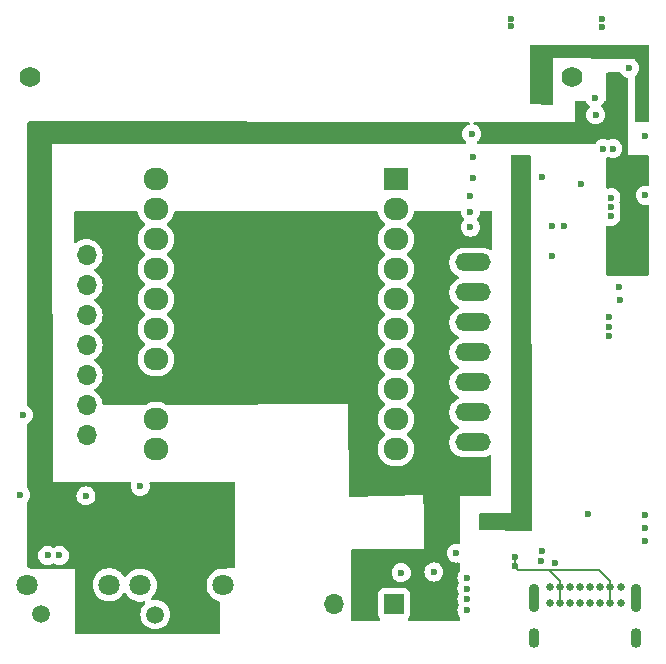
<source format=gbr>
%TF.GenerationSoftware,KiCad,Pcbnew,8.0.0*%
%TF.CreationDate,2025-02-07T12:18:44-03:30*%
%TF.ProjectId,Detection_Eval,44657465-6374-4696-9f6e-5f4576616c2e,rev?*%
%TF.SameCoordinates,Original*%
%TF.FileFunction,Copper,L3,Inr*%
%TF.FilePolarity,Positive*%
%FSLAX46Y46*%
G04 Gerber Fmt 4.6, Leading zero omitted, Abs format (unit mm)*
G04 Created by KiCad (PCBNEW 8.0.0) date 2025-02-07 12:18:44*
%MOMM*%
%LPD*%
G01*
G04 APERTURE LIST*
%TA.AperFunction,ComponentPad*%
%ADD10O,1.700000X1.700000*%
%TD*%
%TA.AperFunction,ComponentPad*%
%ADD11R,1.700000X1.700000*%
%TD*%
%TA.AperFunction,ComponentPad*%
%ADD12C,0.650000*%
%TD*%
%TA.AperFunction,ComponentPad*%
%ADD13O,0.900000X1.700000*%
%TD*%
%TA.AperFunction,ComponentPad*%
%ADD14O,0.900000X2.400000*%
%TD*%
%TA.AperFunction,ComponentPad*%
%ADD15C,1.498600*%
%TD*%
%TA.AperFunction,ComponentPad*%
%ADD16C,1.803400*%
%TD*%
%TA.AperFunction,ComponentPad*%
%ADD17C,1.760000*%
%TD*%
%TA.AperFunction,ComponentPad*%
%ADD18R,2.100000X1.900000*%
%TD*%
%TA.AperFunction,ComponentPad*%
%ADD19O,2.100000X1.900000*%
%TD*%
%TA.AperFunction,ComponentPad*%
%ADD20O,3.000000X1.500000*%
%TD*%
%TA.AperFunction,ViaPad*%
%ADD21C,0.600000*%
%TD*%
%TA.AperFunction,Conductor*%
%ADD22C,0.200000*%
%TD*%
G04 APERTURE END LIST*
D10*
%TO.N,BACKLIGHT*%
%TO.C,U5*%
X96300000Y-124010000D03*
%TO.N,RESET*%
X96300000Y-121470000D03*
%TO.N,DATA{slash}CMD_SEL*%
X96300000Y-118930000D03*
%TO.N,HSPI_CS*%
X96300000Y-116390000D03*
%TO.N,HSPI_CLK*%
X96300000Y-113850000D03*
%TO.N,HSPI_MOSI*%
X96300000Y-111310000D03*
%TO.N,GND*%
X96300000Y-108770000D03*
D11*
%TO.N,+3V3*%
X96300000Y-106230000D03*
%TD*%
D12*
%TO.N,GND*%
%TO.C,J1*%
X135560000Y-136840000D03*
%TO.N,VBUS*%
X136410000Y-136840000D03*
%TO.N,/Battery/CC1*%
X137260000Y-136840000D03*
%TO.N,/Battery/DP*%
X138110000Y-136840000D03*
%TO.N,/Battery/DN*%
X138960000Y-136840000D03*
%TO.N,unconnected-(J1-SBU1-PadA8)*%
X139810000Y-136840000D03*
%TO.N,VBUS*%
X140660000Y-136840000D03*
%TO.N,GND*%
X141510000Y-136840000D03*
X141510000Y-138190000D03*
%TO.N,VBUS*%
X140660000Y-138190000D03*
%TO.N,/Battery/CC2*%
X139810000Y-138190000D03*
%TO.N,/Battery/DP*%
X138960000Y-138190000D03*
%TO.N,/Battery/DN*%
X138110000Y-138190000D03*
%TO.N,unconnected-(J1-SBU2-PadB8)*%
X137260000Y-138190000D03*
%TO.N,VBUS*%
X136410000Y-138190000D03*
%TO.N,GND*%
X135560000Y-138190000D03*
D13*
X134210000Y-141200000D03*
X142860000Y-141200000D03*
D14*
X134210000Y-137820000D03*
X142860000Y-137820000D03*
%TD*%
D15*
%TO.N,Net-(C1-Pad2)*%
%TO.C,U9*%
X102109999Y-139200000D03*
%TO.N,+5V*%
X106610000Y-139200000D03*
D16*
%TO.N,GND*%
X100854999Y-136709701D03*
X107865000Y-136709701D03*
%TD*%
D17*
%TO.N,GND*%
%TO.C,BT2*%
X91500000Y-93700000D03*
%TO.N,Net-(BT2-PadP)*%
X137370000Y-93700000D03*
%TD*%
D15*
%TO.N,Net-(C2-Pad2)*%
%TO.C,U2*%
X92471749Y-139166699D03*
%TO.N,+5V*%
X96971750Y-139166699D03*
D16*
%TO.N,GND*%
X91216749Y-136676400D03*
X98226750Y-136676400D03*
%TD*%
D11*
%TO.N,Net-(U4-SIGNAL)*%
%TO.C,U4*%
X122335000Y-138325000D03*
D10*
%TO.N,+3V3*%
X119795000Y-138325000D03*
%TO.N,GND*%
X117255000Y-138325000D03*
%TD*%
D18*
%TO.N,unconnected-(U6-RESET_5V-Pad1)*%
%TO.C,U6*%
X122500000Y-102340000D03*
D19*
%TO.N,ECG*%
X122500000Y-104880000D03*
%TO.N,unconnected-(U6-CH_PD-Pad3)*%
X122500000Y-107420000D03*
%TO.N,RESET*%
X122500000Y-109960000D03*
%TO.N,HSPI_CLK*%
X122500000Y-112500000D03*
%TO.N,Net-(U6-GPIO12)*%
X122500000Y-115040000D03*
%TO.N,HSPI_MOSI*%
X122500000Y-117580000D03*
%TO.N,Net-(U6-VIN)*%
X122500000Y-120120000D03*
%TO.N,Net-(U6-VBAT)*%
X122500000Y-122660000D03*
%TO.N,GND*%
X122500000Y-125200000D03*
X102180000Y-125200000D03*
%TO.N,unconnected-(U6-LDO_EN-Pad12)*%
X102180000Y-122660000D03*
%TO.N,+3V3*%
X102180000Y-120120000D03*
%TO.N,HSPI_CS*%
X102180000Y-117580000D03*
%TO.N,DATA{slash}CMD_SEL*%
X102180000Y-115040000D03*
%TO.N,BACKLIGHT*%
X102180000Y-112500000D03*
%TO.N,SDA_ACCEL*%
X102180000Y-109960000D03*
%TO.N,SCL_ACCEL*%
X102180000Y-107420000D03*
%TO.N,unconnected-(U6-RXD-Pad19)*%
X102180000Y-104880000D03*
%TO.N,unconnected-(U6-TXD-Pad20)*%
X102180000Y-102340000D03*
%TD*%
D20*
%TO.N,unconnected-(U3-INT-Pad8)*%
%TO.C,U3*%
X129018400Y-109387400D03*
%TO.N,Net-(U3-ADO)*%
X129018400Y-111927400D03*
%TO.N,unconnected-(U3-XCL-Pad6)*%
X129018400Y-114467400D03*
%TO.N,unconnected-(U3-XDA-Pad5)*%
X129018400Y-117007400D03*
%TO.N,SDA_ACCEL*%
X129018400Y-119547400D03*
%TO.N,SCL_ACCEL*%
X129018400Y-122087400D03*
%TO.N,GND*%
X129018400Y-124627400D03*
%TO.N,+3V3*%
X129018400Y-127167400D03*
%TD*%
D21*
%TO.N,Net-(BT2-PadP)*%
X140850000Y-99750000D03*
X140050000Y-99750000D03*
%TO.N,+5V*%
X143400000Y-107600000D03*
%TO.N,Net-(U7-SW)*%
X132250000Y-89400000D03*
%TO.N,VDD*%
X133050000Y-101800000D03*
%TO.N,GND*%
X122950000Y-135650000D03*
%TO.N,VDD*%
X130700000Y-131650000D03*
X131600000Y-131650000D03*
%TO.N,VBUS*%
X132550000Y-134350000D03*
X132550000Y-135100000D03*
%TO.N,GND*%
X136000000Y-134800000D03*
X134800000Y-134700000D03*
X134850000Y-133800000D03*
%TO.N,VCC*%
X143550000Y-94000000D03*
%TO.N,Net-(U7-FB)*%
X143610000Y-103700000D03*
X142250000Y-92950000D03*
%TO.N,Net-(D1-K)*%
X135750000Y-108850000D03*
%TO.N,Net-(U6-VIN)*%
X141400000Y-111450000D03*
%TO.N,Net-(U6-VBAT)*%
X141470000Y-112600000D03*
%TO.N,Net-(U6-GPIO12)*%
X100850000Y-128350000D03*
%TO.N,ECG*%
X125700000Y-135600000D03*
%TO.N,FAILSAFE*%
X96250000Y-129150000D03*
X90950000Y-122300000D03*
%TO.N,Net-(U8-OUT)*%
X138150000Y-102747802D03*
X134836589Y-102172073D03*
%TO.N,VDD*%
X133050000Y-100750000D03*
%TO.N,+5V*%
X96350000Y-132100000D03*
%TO.N,/Battery/CC2*%
X138750000Y-130700000D03*
%TO.N,VCC*%
X135300000Y-95600000D03*
X134300000Y-95600000D03*
X143100000Y-97050000D03*
%TO.N,Net-(U7-SW)*%
X139350000Y-95450000D03*
X132250000Y-88800000D03*
%TO.N,+5V*%
X143400000Y-108850000D03*
X143400000Y-110050000D03*
X140600000Y-93700000D03*
X141250000Y-93700000D03*
%TO.N,Net-(D1-A)*%
X127600000Y-134000000D03*
%TO.N,GND*%
X140550000Y-115650000D03*
X140550000Y-114850000D03*
X140550000Y-114050000D03*
X90700000Y-129100000D03*
X94000000Y-134200000D03*
X93000000Y-134200000D03*
X143600000Y-133000000D03*
X143600000Y-131900000D03*
X143600000Y-130800000D03*
X128500000Y-138800000D03*
X128500000Y-137900000D03*
X128500000Y-137000000D03*
X128500000Y-136100000D03*
X139900000Y-89450000D03*
X139950000Y-88800000D03*
X140700000Y-104700000D03*
X140700000Y-105500000D03*
X140700000Y-103900000D03*
X136700000Y-106300000D03*
X135700000Y-106300000D03*
X143610000Y-98700000D03*
X139400000Y-96900000D03*
X128800000Y-106400000D03*
X128800000Y-105100000D03*
X128800000Y-103800000D03*
X129000000Y-102200000D03*
X129000000Y-100500000D03*
X128900000Y-98500000D03*
%TO.N,VCC*%
X141000000Y-91700000D03*
X142700000Y-91700000D03*
%TD*%
D22*
%TO.N,VBUS*%
X140660000Y-136840000D02*
X140660000Y-138190000D01*
X136410000Y-138190000D02*
X136410000Y-136840000D01*
X140660000Y-136380381D02*
X140660000Y-136840000D01*
X139679619Y-135400000D02*
X140660000Y-136380381D01*
X135429619Y-135400000D02*
X139679619Y-135400000D01*
X136410000Y-136380381D02*
X136410000Y-136840000D01*
X135429619Y-135400000D02*
X136410000Y-136380381D01*
X132850000Y-135400000D02*
X135429619Y-135400000D01*
X132550000Y-135100000D02*
X132850000Y-135400000D01*
X132550000Y-134350000D02*
X132550000Y-135100000D01*
%TD*%
%TA.AperFunction,Conductor*%
%TO.N,+5V*%
G36*
X141523018Y-93319685D02*
G01*
X141560972Y-93358027D01*
X141620184Y-93452262D01*
X141747738Y-93579816D01*
X141900478Y-93675789D01*
X142066955Y-93734041D01*
X142123730Y-93774763D01*
X142149478Y-93839715D01*
X142150000Y-93851083D01*
X142150000Y-100300000D01*
X143785500Y-100300000D01*
X143852539Y-100319685D01*
X143898294Y-100372489D01*
X143909500Y-100424000D01*
X143909500Y-102789424D01*
X143889815Y-102856463D01*
X143837011Y-102902218D01*
X143771617Y-102912644D01*
X143610004Y-102894435D01*
X143609996Y-102894435D01*
X143430750Y-102914630D01*
X143430745Y-102914631D01*
X143260476Y-102974211D01*
X143107737Y-103070184D01*
X142980184Y-103197737D01*
X142884211Y-103350476D01*
X142824631Y-103520745D01*
X142824630Y-103520750D01*
X142804435Y-103699996D01*
X142804435Y-103700003D01*
X142824630Y-103879249D01*
X142824631Y-103879254D01*
X142884211Y-104049523D01*
X142980184Y-104202262D01*
X143107738Y-104329816D01*
X143260478Y-104425789D01*
X143310499Y-104443292D01*
X143430745Y-104485368D01*
X143430750Y-104485369D01*
X143609996Y-104505565D01*
X143610000Y-104505565D01*
X143610004Y-104505565D01*
X143771617Y-104487356D01*
X143840439Y-104499411D01*
X143891818Y-104546760D01*
X143909500Y-104610576D01*
X143909500Y-110376000D01*
X143889815Y-110443039D01*
X143837011Y-110488794D01*
X143785500Y-110500000D01*
X140424000Y-110500000D01*
X140356961Y-110480315D01*
X140311206Y-110427511D01*
X140300000Y-110376000D01*
X140300000Y-106382887D01*
X140319685Y-106315848D01*
X140372489Y-106270093D01*
X140441647Y-106260149D01*
X140464948Y-106265843D01*
X140520745Y-106285368D01*
X140520748Y-106285368D01*
X140520750Y-106285369D01*
X140699996Y-106305565D01*
X140700000Y-106305565D01*
X140700004Y-106305565D01*
X140879249Y-106285369D01*
X140879252Y-106285368D01*
X140879255Y-106285368D01*
X141049522Y-106225789D01*
X141202262Y-106129816D01*
X141329816Y-106002262D01*
X141425789Y-105849522D01*
X141485368Y-105679255D01*
X141505565Y-105500000D01*
X141485368Y-105320745D01*
X141485367Y-105320743D01*
X141485366Y-105320737D01*
X141423489Y-105143905D01*
X141425637Y-105143153D01*
X141416035Y-105084872D01*
X141424392Y-105056411D01*
X141423489Y-105056095D01*
X141485366Y-104879262D01*
X141485369Y-104879249D01*
X141505565Y-104700003D01*
X141505565Y-104699996D01*
X141485369Y-104520750D01*
X141485366Y-104520737D01*
X141423489Y-104343905D01*
X141425637Y-104343153D01*
X141416035Y-104284872D01*
X141424392Y-104256411D01*
X141423489Y-104256095D01*
X141485366Y-104079262D01*
X141485369Y-104079249D01*
X141505565Y-103900003D01*
X141505565Y-103899996D01*
X141485369Y-103720750D01*
X141485368Y-103720745D01*
X141425788Y-103550476D01*
X141329815Y-103397737D01*
X141202262Y-103270184D01*
X141049523Y-103174211D01*
X140879254Y-103114631D01*
X140879249Y-103114630D01*
X140700004Y-103094435D01*
X140699996Y-103094435D01*
X140520750Y-103114630D01*
X140520739Y-103114633D01*
X140464953Y-103134153D01*
X140395174Y-103137714D01*
X140334548Y-103102984D01*
X140302321Y-103040991D01*
X140300000Y-103017111D01*
X140300000Y-100598596D01*
X140319685Y-100531557D01*
X140372489Y-100485802D01*
X140383048Y-100481554D01*
X140406098Y-100473489D01*
X140406851Y-100475643D01*
X140465094Y-100466031D01*
X140493588Y-100474393D01*
X140493905Y-100473489D01*
X140670737Y-100535366D01*
X140670743Y-100535367D01*
X140670745Y-100535368D01*
X140670746Y-100535368D01*
X140670750Y-100535369D01*
X140849996Y-100555565D01*
X140850000Y-100555565D01*
X140850004Y-100555565D01*
X141029249Y-100535369D01*
X141029252Y-100535368D01*
X141029255Y-100535368D01*
X141199522Y-100475789D01*
X141352262Y-100379816D01*
X141479816Y-100252262D01*
X141575789Y-100099522D01*
X141635368Y-99929255D01*
X141655565Y-99750000D01*
X141635368Y-99570745D01*
X141575789Y-99400478D01*
X141479816Y-99247738D01*
X141352262Y-99120184D01*
X141199523Y-99024211D01*
X141029254Y-98964631D01*
X141029249Y-98964630D01*
X140850004Y-98944435D01*
X140849996Y-98944435D01*
X140670750Y-98964630D01*
X140670737Y-98964633D01*
X140550000Y-99006881D01*
X140550000Y-95700000D01*
X140300000Y-95700000D01*
X140300000Y-93424000D01*
X140319685Y-93356961D01*
X140372489Y-93311206D01*
X140424000Y-93300000D01*
X141455979Y-93300000D01*
X141523018Y-93319685D01*
G37*
%TD.AperFunction*%
%TD*%
%TA.AperFunction,Conductor*%
%TO.N,VDD*%
G36*
X133843429Y-100319685D02*
G01*
X133889184Y-100372489D01*
X133900389Y-100423610D01*
X133999604Y-131974220D01*
X133980131Y-132041321D01*
X133927471Y-132087242D01*
X133874227Y-132098602D01*
X129622622Y-132051362D01*
X129555806Y-132030934D01*
X129510640Y-131977625D01*
X129500000Y-131927370D01*
X129500000Y-130724000D01*
X129519685Y-130656961D01*
X129572489Y-130611206D01*
X129624000Y-130600000D01*
X132250000Y-130600000D01*
X132200205Y-100424205D01*
X132219779Y-100357133D01*
X132272507Y-100311291D01*
X132324205Y-100300000D01*
X133776390Y-100300000D01*
X133843429Y-100319685D01*
G37*
%TD.AperFunction*%
%TD*%
%TA.AperFunction,Conductor*%
%TO.N,+5V*%
G36*
X107513510Y-135334140D02*
G01*
X107465523Y-135364312D01*
X107299819Y-135421199D01*
X107299811Y-135421202D01*
X107095438Y-135531804D01*
X107095432Y-135531808D01*
X106912067Y-135674527D01*
X106912064Y-135674530D01*
X106754676Y-135845498D01*
X106754673Y-135845502D01*
X106627575Y-136040038D01*
X106534229Y-136252846D01*
X106477183Y-136478118D01*
X106457994Y-136709695D01*
X106457994Y-136709706D01*
X106477183Y-136941283D01*
X106534229Y-137166555D01*
X106627575Y-137379363D01*
X106643805Y-137404204D01*
X106754675Y-137573902D01*
X106912061Y-137744869D01*
X106912064Y-137744871D01*
X106912067Y-137744874D01*
X107095432Y-137887593D01*
X107095438Y-137887597D01*
X107095441Y-137887599D01*
X107299812Y-137998200D01*
X107299816Y-137998201D01*
X107299822Y-137998204D01*
X107489013Y-138063153D01*
X107546029Y-138103538D01*
X107572160Y-138168338D01*
X107572745Y-138179169D01*
X107589564Y-139827286D01*
X107595770Y-140435512D01*
X107598722Y-140724735D01*
X107579722Y-140791972D01*
X107527388Y-140838263D01*
X107474728Y-140850000D01*
X95473165Y-140850000D01*
X95406126Y-140830315D01*
X95360371Y-140777511D01*
X95349168Y-140726838D01*
X95334613Y-138572713D01*
X95312760Y-135338600D01*
X97825966Y-135331460D01*
X97661569Y-135387898D01*
X97661561Y-135387901D01*
X97457188Y-135498503D01*
X97457182Y-135498507D01*
X97273817Y-135641226D01*
X97273814Y-135641229D01*
X97116426Y-135812197D01*
X97116423Y-135812201D01*
X96989325Y-136006737D01*
X96895979Y-136219545D01*
X96838933Y-136444817D01*
X96819744Y-136676394D01*
X96819744Y-136676405D01*
X96838933Y-136907982D01*
X96895979Y-137133254D01*
X96989325Y-137346062D01*
X97116423Y-137540598D01*
X97116425Y-137540601D01*
X97273811Y-137711568D01*
X97273814Y-137711570D01*
X97273817Y-137711573D01*
X97457182Y-137854292D01*
X97457188Y-137854296D01*
X97457191Y-137854298D01*
X97661562Y-137964899D01*
X97881350Y-138040352D01*
X98110560Y-138078600D01*
X98342940Y-138078600D01*
X98572150Y-138040352D01*
X98791938Y-137964899D01*
X98996309Y-137854298D01*
X99179689Y-137711568D01*
X99337075Y-137540601D01*
X99426188Y-137404203D01*
X99479334Y-137358848D01*
X99548565Y-137349424D01*
X99611901Y-137378926D01*
X99633804Y-137404204D01*
X99744674Y-137573902D01*
X99902060Y-137744869D01*
X99902063Y-137744871D01*
X99902066Y-137744874D01*
X100085431Y-137887593D01*
X100085437Y-137887597D01*
X100085440Y-137887599D01*
X100289811Y-137998200D01*
X100509599Y-138073653D01*
X100738809Y-138111901D01*
X100971188Y-138111901D01*
X100971189Y-138111901D01*
X101140842Y-138083591D01*
X101210208Y-138091973D01*
X101264030Y-138136526D01*
X101285220Y-138203105D01*
X101267052Y-138270571D01*
X101248934Y-138293581D01*
X101148941Y-138393574D01*
X101023505Y-138572713D01*
X100931086Y-138770908D01*
X100931082Y-138770917D01*
X100874486Y-138982140D01*
X100874484Y-138982150D01*
X100855425Y-139199999D01*
X100855425Y-139200000D01*
X100874484Y-139417849D01*
X100874486Y-139417859D01*
X100931082Y-139629082D01*
X100931084Y-139629086D01*
X100931085Y-139629090D01*
X100977295Y-139728188D01*
X101023505Y-139827286D01*
X101023506Y-139827287D01*
X101148940Y-140006425D01*
X101303574Y-140161059D01*
X101482712Y-140286493D01*
X101680909Y-140378914D01*
X101892145Y-140435514D01*
X102066428Y-140450762D01*
X102109998Y-140454574D01*
X102109999Y-140454574D01*
X102110000Y-140454574D01*
X102146308Y-140451397D01*
X102327853Y-140435514D01*
X102539089Y-140378914D01*
X102737286Y-140286493D01*
X102916424Y-140161059D01*
X103071058Y-140006425D01*
X103196492Y-139827287D01*
X103288913Y-139629090D01*
X103345513Y-139417854D01*
X103364573Y-139200000D01*
X103345513Y-138982146D01*
X103288913Y-138770910D01*
X103196492Y-138572713D01*
X103071058Y-138393575D01*
X102916424Y-138238941D01*
X102773113Y-138138593D01*
X102737285Y-138113506D01*
X102629302Y-138063153D01*
X102539089Y-138021086D01*
X102539085Y-138021085D01*
X102539081Y-138021083D01*
X102327858Y-137964487D01*
X102327848Y-137964485D01*
X102110000Y-137945426D01*
X102109997Y-137945426D01*
X101897811Y-137963990D01*
X101829311Y-137950223D01*
X101779128Y-137901608D01*
X101763195Y-137833579D01*
X101786570Y-137767736D01*
X101804719Y-137748951D01*
X101804162Y-137748345D01*
X101807926Y-137744878D01*
X101807938Y-137744869D01*
X101965324Y-137573902D01*
X102092424Y-137379362D01*
X102185770Y-137166555D01*
X102242815Y-136941287D01*
X102262005Y-136709701D01*
X102242815Y-136478115D01*
X102185770Y-136252847D01*
X102092424Y-136040040D01*
X102054436Y-135981896D01*
X101965325Y-135845502D01*
X101965324Y-135845500D01*
X101807938Y-135674533D01*
X101807933Y-135674529D01*
X101807931Y-135674527D01*
X101624566Y-135531808D01*
X101624560Y-135531804D01*
X101420187Y-135421202D01*
X101420179Y-135421199D01*
X101200401Y-135345749D01*
X101059717Y-135322273D01*
X107543404Y-135303853D01*
X107513510Y-135334140D01*
G37*
%TD.AperFunction*%
%TA.AperFunction,Conductor*%
G36*
X100509596Y-135345749D02*
G01*
X100289818Y-135421199D01*
X100289810Y-135421202D01*
X100085437Y-135531804D01*
X100085431Y-135531808D01*
X99902066Y-135674527D01*
X99902063Y-135674530D01*
X99902060Y-135674532D01*
X99902060Y-135674533D01*
X99744674Y-135845500D01*
X99744673Y-135845502D01*
X99655560Y-135981897D01*
X99602413Y-136027253D01*
X99533182Y-136036676D01*
X99469846Y-136007173D01*
X99447944Y-135981896D01*
X99358833Y-135845502D01*
X99337075Y-135812199D01*
X99179689Y-135641232D01*
X99179684Y-135641228D01*
X99179682Y-135641226D01*
X98996317Y-135498507D01*
X98996311Y-135498503D01*
X98791938Y-135387901D01*
X98791930Y-135387898D01*
X98620954Y-135329201D01*
X100643188Y-135323456D01*
X100509596Y-135345749D01*
G37*
%TD.AperFunction*%
%TD*%
%TA.AperFunction,Conductor*%
%TO.N,+3V3*%
G36*
X130592377Y-105019766D02*
G01*
X130638207Y-105072505D01*
X130649484Y-105124688D01*
X130636653Y-108229668D01*
X130616692Y-108296626D01*
X130563699Y-108342162D01*
X130494500Y-108351820D01*
X130439768Y-108329474D01*
X130423805Y-108317876D01*
X130248429Y-108228517D01*
X130061226Y-108167690D01*
X129866822Y-108136900D01*
X129866817Y-108136900D01*
X128169983Y-108136900D01*
X128169978Y-108136900D01*
X127975573Y-108167690D01*
X127788370Y-108228517D01*
X127612994Y-108317876D01*
X127579568Y-108342162D01*
X127453754Y-108433572D01*
X127453752Y-108433574D01*
X127453751Y-108433574D01*
X127314574Y-108572751D01*
X127314574Y-108572752D01*
X127314572Y-108572754D01*
X127264885Y-108641141D01*
X127198876Y-108731994D01*
X127109517Y-108907370D01*
X127048690Y-109094573D01*
X127017900Y-109288977D01*
X127017900Y-109485822D01*
X127048690Y-109680226D01*
X127109517Y-109867429D01*
X127197447Y-110040000D01*
X127198876Y-110042805D01*
X127314572Y-110202046D01*
X127453754Y-110341228D01*
X127612995Y-110456924D01*
X127730507Y-110516799D01*
X127789613Y-110546915D01*
X127840409Y-110594889D01*
X127857204Y-110662710D01*
X127834667Y-110728845D01*
X127789613Y-110767885D01*
X127612994Y-110857876D01*
X127548221Y-110904937D01*
X127453754Y-110973572D01*
X127453752Y-110973574D01*
X127453751Y-110973574D01*
X127314574Y-111112751D01*
X127314574Y-111112752D01*
X127314572Y-111112754D01*
X127264885Y-111181141D01*
X127198876Y-111271994D01*
X127109517Y-111447370D01*
X127048690Y-111634573D01*
X127017900Y-111828977D01*
X127017900Y-112025822D01*
X127048690Y-112220226D01*
X127109517Y-112407429D01*
X127197447Y-112580000D01*
X127198876Y-112582805D01*
X127314572Y-112742046D01*
X127453754Y-112881228D01*
X127612995Y-112996924D01*
X127730507Y-113056799D01*
X127789613Y-113086915D01*
X127840409Y-113134889D01*
X127857204Y-113202710D01*
X127834667Y-113268845D01*
X127789613Y-113307885D01*
X127612994Y-113397876D01*
X127548221Y-113444937D01*
X127453754Y-113513572D01*
X127453752Y-113513574D01*
X127453751Y-113513574D01*
X127314574Y-113652751D01*
X127314574Y-113652752D01*
X127314572Y-113652754D01*
X127264885Y-113721141D01*
X127198876Y-113811994D01*
X127109517Y-113987370D01*
X127048690Y-114174573D01*
X127017900Y-114368977D01*
X127017900Y-114565822D01*
X127048690Y-114760226D01*
X127109517Y-114947429D01*
X127197447Y-115120000D01*
X127198876Y-115122805D01*
X127314572Y-115282046D01*
X127453754Y-115421228D01*
X127612995Y-115536924D01*
X127730507Y-115596799D01*
X127789613Y-115626915D01*
X127840409Y-115674889D01*
X127857204Y-115742710D01*
X127834667Y-115808845D01*
X127789613Y-115847885D01*
X127612994Y-115937876D01*
X127548221Y-115984937D01*
X127453754Y-116053572D01*
X127453752Y-116053574D01*
X127453751Y-116053574D01*
X127314574Y-116192751D01*
X127314574Y-116192752D01*
X127314572Y-116192754D01*
X127264885Y-116261141D01*
X127198876Y-116351994D01*
X127109517Y-116527370D01*
X127048690Y-116714573D01*
X127017900Y-116908977D01*
X127017900Y-117105822D01*
X127048690Y-117300226D01*
X127109517Y-117487429D01*
X127197447Y-117660000D01*
X127198876Y-117662805D01*
X127314572Y-117822046D01*
X127453754Y-117961228D01*
X127612995Y-118076924D01*
X127635126Y-118088200D01*
X127789613Y-118166915D01*
X127840409Y-118214889D01*
X127857204Y-118282710D01*
X127834667Y-118348845D01*
X127789613Y-118387885D01*
X127612994Y-118477876D01*
X127548221Y-118524937D01*
X127453754Y-118593572D01*
X127453752Y-118593574D01*
X127453751Y-118593574D01*
X127314574Y-118732751D01*
X127314574Y-118732752D01*
X127314572Y-118732754D01*
X127264885Y-118801141D01*
X127198876Y-118891994D01*
X127109517Y-119067370D01*
X127048690Y-119254573D01*
X127017900Y-119448977D01*
X127017900Y-119645822D01*
X127048690Y-119840226D01*
X127109517Y-120027429D01*
X127197447Y-120200000D01*
X127198876Y-120202805D01*
X127314572Y-120362046D01*
X127453754Y-120501228D01*
X127612995Y-120616924D01*
X127637587Y-120629454D01*
X127789613Y-120706915D01*
X127840409Y-120754889D01*
X127857204Y-120822710D01*
X127834667Y-120888845D01*
X127789613Y-120927885D01*
X127612994Y-121017876D01*
X127548221Y-121064937D01*
X127453754Y-121133572D01*
X127453752Y-121133574D01*
X127453751Y-121133574D01*
X127314574Y-121272751D01*
X127314574Y-121272752D01*
X127314572Y-121272754D01*
X127283320Y-121315769D01*
X127198876Y-121431994D01*
X127109517Y-121607370D01*
X127048690Y-121794573D01*
X127017900Y-121988977D01*
X127017900Y-122185822D01*
X127048690Y-122380226D01*
X127109517Y-122567429D01*
X127148550Y-122644035D01*
X127198876Y-122742805D01*
X127314572Y-122902046D01*
X127453754Y-123041228D01*
X127612995Y-123156924D01*
X127730507Y-123216799D01*
X127789613Y-123246915D01*
X127840409Y-123294889D01*
X127857204Y-123362710D01*
X127834667Y-123428845D01*
X127789613Y-123467885D01*
X127612994Y-123557876D01*
X127548221Y-123604937D01*
X127453754Y-123673572D01*
X127453752Y-123673574D01*
X127453751Y-123673574D01*
X127314574Y-123812751D01*
X127314574Y-123812752D01*
X127314572Y-123812754D01*
X127264885Y-123881141D01*
X127198876Y-123971994D01*
X127109517Y-124147370D01*
X127048690Y-124334573D01*
X127017900Y-124528977D01*
X127017900Y-124725822D01*
X127048690Y-124920226D01*
X127109517Y-125107429D01*
X127148550Y-125184035D01*
X127198876Y-125282805D01*
X127314572Y-125442046D01*
X127453754Y-125581228D01*
X127612995Y-125696924D01*
X127679420Y-125730769D01*
X127788370Y-125786282D01*
X127788372Y-125786282D01*
X127788375Y-125786284D01*
X127888717Y-125818887D01*
X127975573Y-125847109D01*
X128169978Y-125877900D01*
X128169983Y-125877900D01*
X129866822Y-125877900D01*
X130061226Y-125847109D01*
X130248425Y-125786284D01*
X130383641Y-125717388D01*
X130452307Y-125704493D01*
X130517047Y-125730769D01*
X130557305Y-125787875D01*
X130563932Y-125828386D01*
X130550510Y-129076512D01*
X130530549Y-129143470D01*
X130477556Y-129189006D01*
X130426511Y-129200000D01*
X127900000Y-129200000D01*
X127900000Y-133089480D01*
X127880315Y-133156519D01*
X127827511Y-133202274D01*
X127762117Y-133212700D01*
X127600004Y-133194435D01*
X127599996Y-133194435D01*
X127420750Y-133214630D01*
X127420745Y-133214631D01*
X127250476Y-133274211D01*
X127097737Y-133370184D01*
X126970184Y-133497737D01*
X126874211Y-133650476D01*
X126814631Y-133820745D01*
X126814630Y-133820750D01*
X126794435Y-133999996D01*
X126794435Y-134000003D01*
X126814630Y-134179249D01*
X126814631Y-134179254D01*
X126874211Y-134349523D01*
X126970184Y-134502262D01*
X127097738Y-134629816D01*
X127250478Y-134725789D01*
X127420745Y-134785368D01*
X127420750Y-134785369D01*
X127599996Y-134805565D01*
X127600000Y-134805565D01*
X127600003Y-134805565D01*
X127729984Y-134790919D01*
X127762116Y-134787299D01*
X127830938Y-134799353D01*
X127882318Y-134846702D01*
X127900000Y-134910519D01*
X127900000Y-135516960D01*
X127880315Y-135583999D01*
X127872950Y-135594269D01*
X127870186Y-135597734D01*
X127774211Y-135750476D01*
X127714631Y-135920745D01*
X127714630Y-135920750D01*
X127694435Y-136099996D01*
X127694435Y-136100003D01*
X127714630Y-136279249D01*
X127714633Y-136279262D01*
X127774209Y-136449519D01*
X127795893Y-136484030D01*
X127814892Y-136551267D01*
X127795893Y-136615970D01*
X127774209Y-136650480D01*
X127714633Y-136820737D01*
X127714630Y-136820750D01*
X127694435Y-136999996D01*
X127694435Y-137000003D01*
X127714630Y-137179249D01*
X127714633Y-137179262D01*
X127774209Y-137349519D01*
X127795893Y-137384030D01*
X127814892Y-137451267D01*
X127795893Y-137515970D01*
X127774209Y-137550480D01*
X127714633Y-137720737D01*
X127714630Y-137720750D01*
X127694435Y-137899996D01*
X127694435Y-137900003D01*
X127714630Y-138079249D01*
X127714633Y-138079262D01*
X127774209Y-138249519D01*
X127795893Y-138284030D01*
X127814892Y-138351267D01*
X127795893Y-138415970D01*
X127774209Y-138450480D01*
X127714633Y-138620737D01*
X127714630Y-138620750D01*
X127694435Y-138799996D01*
X127694435Y-138800003D01*
X127714630Y-138979249D01*
X127714631Y-138979254D01*
X127774211Y-139149523D01*
X127820302Y-139222876D01*
X127857755Y-139282482D01*
X127870185Y-139302263D01*
X127872945Y-139305724D01*
X127899355Y-139370410D01*
X127900000Y-139383039D01*
X127900000Y-139626000D01*
X127880315Y-139693039D01*
X127827511Y-139738794D01*
X127776000Y-139750000D01*
X123624454Y-139750000D01*
X123557415Y-139730315D01*
X123511660Y-139677511D01*
X123501716Y-139608353D01*
X123530741Y-139544797D01*
X123536773Y-139538319D01*
X123542542Y-139532548D01*
X123542546Y-139532546D01*
X123628796Y-139417331D01*
X123679091Y-139282483D01*
X123685500Y-139222873D01*
X123685499Y-137427128D01*
X123679091Y-137367517D01*
X123672379Y-137349522D01*
X123628797Y-137232671D01*
X123628793Y-137232664D01*
X123542547Y-137117455D01*
X123542544Y-137117452D01*
X123427335Y-137031206D01*
X123427328Y-137031202D01*
X123292482Y-136980908D01*
X123292483Y-136980908D01*
X123232883Y-136974501D01*
X123232881Y-136974500D01*
X123232873Y-136974500D01*
X123232864Y-136974500D01*
X121437129Y-136974500D01*
X121437123Y-136974501D01*
X121377516Y-136980908D01*
X121242671Y-137031202D01*
X121242664Y-137031206D01*
X121127455Y-137117452D01*
X121127452Y-137117455D01*
X121041206Y-137232664D01*
X121041202Y-137232671D01*
X120990908Y-137367517D01*
X120984501Y-137427116D01*
X120984501Y-137427123D01*
X120984500Y-137427135D01*
X120984500Y-139222870D01*
X120984501Y-139222876D01*
X120990908Y-139282483D01*
X121041202Y-139417328D01*
X121041206Y-139417335D01*
X121127452Y-139532544D01*
X121133227Y-139538319D01*
X121166712Y-139599642D01*
X121161728Y-139669334D01*
X121119856Y-139725267D01*
X121054392Y-139749684D01*
X121045546Y-139750000D01*
X118774000Y-139750000D01*
X118706961Y-139730315D01*
X118661206Y-139677511D01*
X118650000Y-139626000D01*
X118650000Y-138050705D01*
X118650008Y-138049296D01*
X118677273Y-135650003D01*
X122144435Y-135650003D01*
X122164630Y-135829249D01*
X122164631Y-135829254D01*
X122224211Y-135999523D01*
X122287347Y-136100003D01*
X122320184Y-136152262D01*
X122447738Y-136279816D01*
X122600478Y-136375789D01*
X122685573Y-136405565D01*
X122770745Y-136435368D01*
X122770750Y-136435369D01*
X122949996Y-136455565D01*
X122950000Y-136455565D01*
X122950004Y-136455565D01*
X123129249Y-136435369D01*
X123129252Y-136435368D01*
X123129255Y-136435368D01*
X123299522Y-136375789D01*
X123452262Y-136279816D01*
X123579816Y-136152262D01*
X123675789Y-135999522D01*
X123735368Y-135829255D01*
X123741002Y-135779254D01*
X123755565Y-135650003D01*
X123755565Y-135649996D01*
X123749932Y-135600003D01*
X124894435Y-135600003D01*
X124914630Y-135779249D01*
X124914631Y-135779254D01*
X124974211Y-135949523D01*
X125031087Y-136040040D01*
X125070184Y-136102262D01*
X125197738Y-136229816D01*
X125350478Y-136325789D01*
X125493367Y-136375788D01*
X125520745Y-136385368D01*
X125520750Y-136385369D01*
X125699996Y-136405565D01*
X125700000Y-136405565D01*
X125700004Y-136405565D01*
X125879249Y-136385369D01*
X125879252Y-136385368D01*
X125879255Y-136385368D01*
X126049522Y-136325789D01*
X126202262Y-136229816D01*
X126329816Y-136102262D01*
X126425789Y-135949522D01*
X126485368Y-135779255D01*
X126485369Y-135779249D01*
X126505565Y-135600003D01*
X126505565Y-135599996D01*
X126485369Y-135420750D01*
X126485368Y-135420745D01*
X126459126Y-135345749D01*
X126425789Y-135250478D01*
X126329816Y-135097738D01*
X126202262Y-134970184D01*
X126184167Y-134958814D01*
X126049523Y-134874211D01*
X125879254Y-134814631D01*
X125879249Y-134814630D01*
X125700004Y-134794435D01*
X125699996Y-134794435D01*
X125520750Y-134814630D01*
X125520745Y-134814631D01*
X125350476Y-134874211D01*
X125197737Y-134970184D01*
X125070184Y-135097737D01*
X124974211Y-135250476D01*
X124914631Y-135420745D01*
X124914630Y-135420750D01*
X124894435Y-135599996D01*
X124894435Y-135600003D01*
X123749932Y-135600003D01*
X123735369Y-135470750D01*
X123735368Y-135470745D01*
X123681902Y-135317948D01*
X123675789Y-135300478D01*
X123579816Y-135147738D01*
X123452262Y-135020184D01*
X123299523Y-134924211D01*
X123129254Y-134864631D01*
X123129249Y-134864630D01*
X122950004Y-134844435D01*
X122949996Y-134844435D01*
X122770750Y-134864630D01*
X122770745Y-134864631D01*
X122600476Y-134924211D01*
X122447737Y-135020184D01*
X122320184Y-135147737D01*
X122224211Y-135300476D01*
X122164631Y-135470745D01*
X122164630Y-135470750D01*
X122144435Y-135649996D01*
X122144435Y-135650003D01*
X118677273Y-135650003D01*
X118698607Y-133772591D01*
X118719052Y-133705780D01*
X118772373Y-133660628D01*
X118822599Y-133650000D01*
X124900000Y-133650000D01*
X124900000Y-130550003D01*
X124899999Y-130549995D01*
X124750000Y-129100000D01*
X124749999Y-129100000D01*
X124749999Y-129099999D01*
X118625377Y-129246990D01*
X118557885Y-129228920D01*
X118510876Y-129177229D01*
X118498412Y-129124597D01*
X118400000Y-121350000D01*
X118400000Y-121349999D01*
X103120576Y-121447944D01*
X103053412Y-121428690D01*
X103046897Y-121424266D01*
X103040229Y-121419421D01*
X102836803Y-121315770D01*
X102619660Y-121245215D01*
X102394162Y-121209500D01*
X102394157Y-121209500D01*
X101965843Y-121209500D01*
X101965838Y-121209500D01*
X101740339Y-121245215D01*
X101523196Y-121315770D01*
X101319769Y-121419422D01*
X101296371Y-121436422D01*
X101230565Y-121459901D01*
X101224282Y-121460100D01*
X97771149Y-121482235D01*
X97703985Y-121462981D01*
X97657892Y-121410471D01*
X97646826Y-121369045D01*
X97646505Y-121365374D01*
X97635063Y-121234592D01*
X97573903Y-121006337D01*
X97474035Y-120792171D01*
X97456487Y-120767109D01*
X97338494Y-120598597D01*
X97171402Y-120431506D01*
X97171396Y-120431501D01*
X96985842Y-120301575D01*
X96942217Y-120246998D01*
X96935023Y-120177500D01*
X96966546Y-120115145D01*
X96985842Y-120098425D01*
X97008026Y-120082891D01*
X97171401Y-119968495D01*
X97338495Y-119801401D01*
X97474035Y-119607830D01*
X97573903Y-119393663D01*
X97635063Y-119165408D01*
X97655659Y-118930000D01*
X97635063Y-118694592D01*
X97573903Y-118466337D01*
X97474035Y-118252171D01*
X97456487Y-118227109D01*
X97338494Y-118058597D01*
X97171402Y-117891506D01*
X97171396Y-117891501D01*
X96985842Y-117761575D01*
X96942217Y-117706998D01*
X96935023Y-117637500D01*
X96966546Y-117575145D01*
X96985842Y-117558425D01*
X97008026Y-117542891D01*
X97171401Y-117428495D01*
X97338495Y-117261401D01*
X97474035Y-117067830D01*
X97573903Y-116853663D01*
X97635063Y-116625408D01*
X97655659Y-116390000D01*
X97635063Y-116154592D01*
X97573903Y-115926337D01*
X97474035Y-115712171D01*
X97456487Y-115687109D01*
X97338494Y-115518597D01*
X97171402Y-115351506D01*
X97171396Y-115351501D01*
X96985842Y-115221575D01*
X96942217Y-115166998D01*
X96935023Y-115097500D01*
X96966546Y-115035145D01*
X96985842Y-115018425D01*
X97008026Y-115002891D01*
X97171401Y-114888495D01*
X97338495Y-114721401D01*
X97474035Y-114527830D01*
X97573903Y-114313663D01*
X97635063Y-114085408D01*
X97655659Y-113850000D01*
X97635063Y-113614592D01*
X97573903Y-113386337D01*
X97474035Y-113172171D01*
X97456487Y-113147109D01*
X97338494Y-112978597D01*
X97171402Y-112811506D01*
X97171396Y-112811501D01*
X96985842Y-112681575D01*
X96942217Y-112626998D01*
X96935023Y-112557500D01*
X96966546Y-112495145D01*
X96985842Y-112478425D01*
X97008026Y-112462891D01*
X97171401Y-112348495D01*
X97338495Y-112181401D01*
X97474035Y-111987830D01*
X97573903Y-111773663D01*
X97635063Y-111545408D01*
X97655659Y-111310000D01*
X97635063Y-111074592D01*
X97573903Y-110846337D01*
X97474035Y-110632171D01*
X97456487Y-110607109D01*
X97338494Y-110438597D01*
X97171402Y-110271506D01*
X97171396Y-110271501D01*
X96985842Y-110141575D01*
X96942217Y-110086998D01*
X96935023Y-110017500D01*
X96966546Y-109955145D01*
X96985842Y-109938425D01*
X97008026Y-109922891D01*
X97171401Y-109808495D01*
X97338495Y-109641401D01*
X97474035Y-109447830D01*
X97573903Y-109233663D01*
X97635063Y-109005408D01*
X97655659Y-108770000D01*
X97635063Y-108534592D01*
X97583502Y-108342162D01*
X97573905Y-108306344D01*
X97573904Y-108306343D01*
X97573903Y-108306337D01*
X97474035Y-108092171D01*
X97338495Y-107898599D01*
X97338494Y-107898597D01*
X97171402Y-107731506D01*
X97171399Y-107731504D01*
X97132521Y-107704281D01*
X96977834Y-107595967D01*
X96977830Y-107595965D01*
X96845293Y-107534162D01*
X96763663Y-107496097D01*
X96763659Y-107496096D01*
X96763655Y-107496094D01*
X96535413Y-107434938D01*
X96535403Y-107434936D01*
X96300001Y-107414341D01*
X96299999Y-107414341D01*
X96064596Y-107434936D01*
X96064586Y-107434938D01*
X95836344Y-107496094D01*
X95836335Y-107496098D01*
X95622171Y-107595964D01*
X95622169Y-107595965D01*
X95428599Y-107731504D01*
X95422173Y-107737930D01*
X95360848Y-107771411D01*
X95291157Y-107766424D01*
X95235225Y-107724550D01*
X95210812Y-107659084D01*
X95210510Y-107648388D01*
X95248146Y-105171940D01*
X95268847Y-105105210D01*
X95322341Y-105060263D01*
X95371953Y-105049827D01*
X100531084Y-105042540D01*
X100598149Y-105062130D01*
X100643978Y-105114869D01*
X100653730Y-105147142D01*
X100665216Y-105219660D01*
X100735769Y-105436799D01*
X100839421Y-105640228D01*
X100973621Y-105824937D01*
X101135063Y-105986379D01*
X101135069Y-105986383D01*
X101222191Y-106049683D01*
X101264857Y-106105013D01*
X101270835Y-106174627D01*
X101238228Y-106236421D01*
X101222191Y-106250317D01*
X101135069Y-106313616D01*
X101135060Y-106313623D01*
X100973622Y-106475061D01*
X100839421Y-106659771D01*
X100735770Y-106863196D01*
X100665215Y-107080339D01*
X100629500Y-107305837D01*
X100629500Y-107534162D01*
X100665215Y-107759660D01*
X100735770Y-107976803D01*
X100817344Y-108136900D01*
X100839421Y-108180228D01*
X100973621Y-108364937D01*
X101135063Y-108526379D01*
X101135069Y-108526383D01*
X101222191Y-108589683D01*
X101264857Y-108645013D01*
X101270835Y-108714627D01*
X101238228Y-108776421D01*
X101222191Y-108790317D01*
X101135069Y-108853616D01*
X101135060Y-108853623D01*
X100973622Y-109015061D01*
X100839421Y-109199771D01*
X100735770Y-109403196D01*
X100665215Y-109620339D01*
X100629500Y-109845837D01*
X100629500Y-110074162D01*
X100665215Y-110299660D01*
X100735770Y-110516803D01*
X100810114Y-110662710D01*
X100839421Y-110720228D01*
X100973621Y-110904937D01*
X101135063Y-111066379D01*
X101135069Y-111066383D01*
X101222191Y-111129683D01*
X101264857Y-111185013D01*
X101270835Y-111254627D01*
X101238228Y-111316421D01*
X101222191Y-111330317D01*
X101135069Y-111393616D01*
X101135060Y-111393623D01*
X100973622Y-111555061D01*
X100839421Y-111739771D01*
X100735770Y-111943196D01*
X100665215Y-112160339D01*
X100629500Y-112385837D01*
X100629500Y-112614162D01*
X100665215Y-112839660D01*
X100735770Y-113056803D01*
X100810114Y-113202710D01*
X100839421Y-113260228D01*
X100973621Y-113444937D01*
X101135063Y-113606379D01*
X101135069Y-113606383D01*
X101222191Y-113669683D01*
X101264857Y-113725013D01*
X101270835Y-113794627D01*
X101238228Y-113856421D01*
X101222191Y-113870317D01*
X101135069Y-113933616D01*
X101135060Y-113933623D01*
X100973622Y-114095061D01*
X100839421Y-114279771D01*
X100735770Y-114483196D01*
X100665215Y-114700339D01*
X100629500Y-114925837D01*
X100629500Y-115154162D01*
X100665215Y-115379660D01*
X100735770Y-115596803D01*
X100810114Y-115742710D01*
X100839421Y-115800228D01*
X100973621Y-115984937D01*
X101135063Y-116146379D01*
X101135069Y-116146383D01*
X101222191Y-116209683D01*
X101264857Y-116265013D01*
X101270835Y-116334627D01*
X101238228Y-116396421D01*
X101222191Y-116410317D01*
X101135069Y-116473616D01*
X101135060Y-116473623D01*
X100973622Y-116635061D01*
X100839421Y-116819771D01*
X100735770Y-117023196D01*
X100665215Y-117240339D01*
X100629500Y-117465837D01*
X100629500Y-117694162D01*
X100665215Y-117919660D01*
X100735770Y-118136803D01*
X100810114Y-118282710D01*
X100839421Y-118340228D01*
X100973621Y-118524937D01*
X101135063Y-118686379D01*
X101319772Y-118820579D01*
X101377514Y-118850000D01*
X101523196Y-118924229D01*
X101523198Y-118924229D01*
X101523201Y-118924231D01*
X101639592Y-118962049D01*
X101740339Y-118994784D01*
X101965838Y-119030500D01*
X101965843Y-119030500D01*
X102394162Y-119030500D01*
X102619660Y-118994784D01*
X102836799Y-118924231D01*
X103040228Y-118820579D01*
X103224937Y-118686379D01*
X103386379Y-118524937D01*
X103520579Y-118340228D01*
X103624231Y-118136799D01*
X103694784Y-117919660D01*
X103710244Y-117822048D01*
X103730500Y-117694162D01*
X103730500Y-117465837D01*
X103694784Y-117240339D01*
X103624229Y-117023196D01*
X103566031Y-116908977D01*
X103520579Y-116819772D01*
X103386379Y-116635063D01*
X103224937Y-116473621D01*
X103137807Y-116410317D01*
X103095143Y-116354988D01*
X103089164Y-116285374D01*
X103121770Y-116223579D01*
X103137807Y-116209683D01*
X103224937Y-116146379D01*
X103386379Y-115984937D01*
X103520579Y-115800228D01*
X103624231Y-115596799D01*
X103694784Y-115379660D01*
X103710244Y-115282048D01*
X103730500Y-115154162D01*
X103730500Y-114925837D01*
X103694784Y-114700339D01*
X103624229Y-114483196D01*
X103566031Y-114368977D01*
X103520579Y-114279772D01*
X103386379Y-114095063D01*
X103224937Y-113933621D01*
X103137807Y-113870317D01*
X103095143Y-113814988D01*
X103089164Y-113745374D01*
X103121770Y-113683579D01*
X103137807Y-113669683D01*
X103224937Y-113606379D01*
X103386379Y-113444937D01*
X103520579Y-113260228D01*
X103624231Y-113056799D01*
X103694784Y-112839660D01*
X103710244Y-112742048D01*
X103730500Y-112614162D01*
X103730500Y-112385837D01*
X103694784Y-112160339D01*
X103624229Y-111943196D01*
X103566031Y-111828977D01*
X103520579Y-111739772D01*
X103386379Y-111555063D01*
X103224937Y-111393621D01*
X103137807Y-111330317D01*
X103095143Y-111274988D01*
X103089164Y-111205374D01*
X103121770Y-111143579D01*
X103137807Y-111129683D01*
X103224937Y-111066379D01*
X103386379Y-110904937D01*
X103520579Y-110720228D01*
X103624231Y-110516799D01*
X103694784Y-110299660D01*
X103704505Y-110238286D01*
X103730500Y-110074162D01*
X103730500Y-109845837D01*
X103694784Y-109620339D01*
X103624229Y-109403196D01*
X103566031Y-109288977D01*
X103520579Y-109199772D01*
X103386379Y-109015063D01*
X103224937Y-108853621D01*
X103137807Y-108790317D01*
X103095143Y-108734988D01*
X103089164Y-108665374D01*
X103121770Y-108603579D01*
X103137807Y-108589683D01*
X103224937Y-108526379D01*
X103386379Y-108364937D01*
X103520579Y-108180228D01*
X103624231Y-107976799D01*
X103694784Y-107759660D01*
X103699243Y-107731505D01*
X103730500Y-107534162D01*
X103730500Y-107305837D01*
X103694784Y-107080339D01*
X103662049Y-106979592D01*
X103624231Y-106863201D01*
X103624229Y-106863198D01*
X103624229Y-106863196D01*
X103520578Y-106659771D01*
X103386379Y-106475063D01*
X103224937Y-106313621D01*
X103137807Y-106250317D01*
X103095143Y-106194988D01*
X103089164Y-106125374D01*
X103121770Y-106063579D01*
X103137807Y-106049683D01*
X103224937Y-105986379D01*
X103386379Y-105824937D01*
X103520579Y-105640228D01*
X103624231Y-105436799D01*
X103694784Y-105219660D01*
X103707008Y-105142477D01*
X103736934Y-105079350D01*
X103796244Y-105042418D01*
X103829294Y-105037882D01*
X120846542Y-105013846D01*
X120913604Y-105033435D01*
X120959433Y-105086174D01*
X120969185Y-105118447D01*
X120985215Y-105219656D01*
X120985216Y-105219660D01*
X121055769Y-105436799D01*
X121159421Y-105640228D01*
X121293621Y-105824937D01*
X121455063Y-105986379D01*
X121455069Y-105986383D01*
X121542191Y-106049683D01*
X121584857Y-106105013D01*
X121590835Y-106174627D01*
X121558228Y-106236421D01*
X121542191Y-106250317D01*
X121455069Y-106313616D01*
X121455060Y-106313623D01*
X121293622Y-106475061D01*
X121159421Y-106659771D01*
X121055770Y-106863196D01*
X120985215Y-107080339D01*
X120949500Y-107305837D01*
X120949500Y-107534162D01*
X120985215Y-107759660D01*
X121055770Y-107976803D01*
X121137344Y-108136900D01*
X121159421Y-108180228D01*
X121293621Y-108364937D01*
X121455063Y-108526379D01*
X121455069Y-108526383D01*
X121542191Y-108589683D01*
X121584857Y-108645013D01*
X121590835Y-108714627D01*
X121558228Y-108776421D01*
X121542191Y-108790317D01*
X121455069Y-108853616D01*
X121455060Y-108853623D01*
X121293622Y-109015061D01*
X121159421Y-109199771D01*
X121055770Y-109403196D01*
X120985215Y-109620339D01*
X120949500Y-109845837D01*
X120949500Y-110074162D01*
X120985215Y-110299660D01*
X121055770Y-110516803D01*
X121130114Y-110662710D01*
X121159421Y-110720228D01*
X121293621Y-110904937D01*
X121455063Y-111066379D01*
X121455069Y-111066383D01*
X121542191Y-111129683D01*
X121584857Y-111185013D01*
X121590835Y-111254627D01*
X121558228Y-111316421D01*
X121542191Y-111330317D01*
X121455069Y-111393616D01*
X121455060Y-111393623D01*
X121293622Y-111555061D01*
X121159421Y-111739771D01*
X121055770Y-111943196D01*
X120985215Y-112160339D01*
X120949500Y-112385837D01*
X120949500Y-112614162D01*
X120985215Y-112839660D01*
X121055770Y-113056803D01*
X121130114Y-113202710D01*
X121159421Y-113260228D01*
X121293621Y-113444937D01*
X121455063Y-113606379D01*
X121455069Y-113606383D01*
X121542191Y-113669683D01*
X121584857Y-113725013D01*
X121590835Y-113794627D01*
X121558228Y-113856421D01*
X121542191Y-113870317D01*
X121455069Y-113933616D01*
X121455060Y-113933623D01*
X121293622Y-114095061D01*
X121159421Y-114279771D01*
X121055770Y-114483196D01*
X120985215Y-114700339D01*
X120949500Y-114925837D01*
X120949500Y-115154162D01*
X120985215Y-115379660D01*
X121055770Y-115596803D01*
X121130114Y-115742710D01*
X121159421Y-115800228D01*
X121293621Y-115984937D01*
X121455063Y-116146379D01*
X121455069Y-116146383D01*
X121542191Y-116209683D01*
X121584857Y-116265013D01*
X121590835Y-116334627D01*
X121558228Y-116396421D01*
X121542191Y-116410317D01*
X121455069Y-116473616D01*
X121455060Y-116473623D01*
X121293622Y-116635061D01*
X121159421Y-116819771D01*
X121055770Y-117023196D01*
X120985215Y-117240339D01*
X120949500Y-117465837D01*
X120949500Y-117694162D01*
X120985215Y-117919660D01*
X121055770Y-118136803D01*
X121130114Y-118282710D01*
X121159421Y-118340228D01*
X121293621Y-118524937D01*
X121455063Y-118686379D01*
X121455069Y-118686383D01*
X121542191Y-118749683D01*
X121584857Y-118805013D01*
X121590835Y-118874627D01*
X121558228Y-118936421D01*
X121542191Y-118950317D01*
X121455069Y-119013616D01*
X121455060Y-119013623D01*
X121293622Y-119175061D01*
X121159421Y-119359771D01*
X121055770Y-119563196D01*
X120985215Y-119780339D01*
X120949500Y-120005837D01*
X120949500Y-120234162D01*
X120985215Y-120459660D01*
X121055770Y-120676803D01*
X121130114Y-120822710D01*
X121159421Y-120880228D01*
X121293621Y-121064937D01*
X121455063Y-121226379D01*
X121455069Y-121226383D01*
X121542191Y-121289683D01*
X121584857Y-121345013D01*
X121590835Y-121414627D01*
X121558228Y-121476421D01*
X121542191Y-121490317D01*
X121455069Y-121553616D01*
X121455060Y-121553623D01*
X121293622Y-121715061D01*
X121159421Y-121899771D01*
X121055770Y-122103196D01*
X120985215Y-122320339D01*
X120949500Y-122545837D01*
X120949500Y-122774162D01*
X120985215Y-122999660D01*
X121055770Y-123216803D01*
X121130114Y-123362710D01*
X121159421Y-123420228D01*
X121293621Y-123604937D01*
X121455063Y-123766379D01*
X121455069Y-123766383D01*
X121542191Y-123829683D01*
X121584857Y-123885013D01*
X121590835Y-123954627D01*
X121558228Y-124016421D01*
X121542191Y-124030317D01*
X121455069Y-124093616D01*
X121455060Y-124093623D01*
X121293622Y-124255061D01*
X121159421Y-124439771D01*
X121055770Y-124643196D01*
X120985215Y-124860339D01*
X120949500Y-125085837D01*
X120949500Y-125314162D01*
X120985215Y-125539660D01*
X121055770Y-125756803D01*
X121159421Y-125960228D01*
X121293621Y-126144937D01*
X121455063Y-126306379D01*
X121639772Y-126440579D01*
X121735884Y-126489550D01*
X121843196Y-126544229D01*
X121843198Y-126544229D01*
X121843201Y-126544231D01*
X121959592Y-126582049D01*
X122060339Y-126614784D01*
X122285838Y-126650500D01*
X122285843Y-126650500D01*
X122714162Y-126650500D01*
X122939660Y-126614784D01*
X123156799Y-126544231D01*
X123360228Y-126440579D01*
X123544937Y-126306379D01*
X123706379Y-126144937D01*
X123840579Y-125960228D01*
X123944231Y-125756799D01*
X124014784Y-125539660D01*
X124030244Y-125442048D01*
X124050500Y-125314162D01*
X124050500Y-125085837D01*
X124014784Y-124860339D01*
X123944229Y-124643196D01*
X123840578Y-124439771D01*
X123706379Y-124255063D01*
X123544937Y-124093621D01*
X123457807Y-124030317D01*
X123415143Y-123974988D01*
X123409164Y-123905374D01*
X123441770Y-123843579D01*
X123457807Y-123829683D01*
X123544937Y-123766379D01*
X123706379Y-123604937D01*
X123840579Y-123420228D01*
X123944231Y-123216799D01*
X124014784Y-122999660D01*
X124030244Y-122902048D01*
X124050500Y-122774162D01*
X124050500Y-122545837D01*
X124014784Y-122320339D01*
X123944229Y-122103196D01*
X123840578Y-121899771D01*
X123706379Y-121715063D01*
X123544937Y-121553621D01*
X123457807Y-121490317D01*
X123415143Y-121434988D01*
X123409164Y-121365374D01*
X123441770Y-121303579D01*
X123457807Y-121289683D01*
X123544937Y-121226379D01*
X123706379Y-121064937D01*
X123840579Y-120880228D01*
X123944231Y-120676799D01*
X124014784Y-120459660D01*
X124030244Y-120362048D01*
X124050500Y-120234162D01*
X124050500Y-120005837D01*
X124014784Y-119780339D01*
X123944229Y-119563196D01*
X123886031Y-119448977D01*
X123840579Y-119359772D01*
X123706379Y-119175063D01*
X123544937Y-119013621D01*
X123457807Y-118950317D01*
X123415143Y-118894988D01*
X123409164Y-118825374D01*
X123441770Y-118763579D01*
X123457807Y-118749683D01*
X123544937Y-118686379D01*
X123706379Y-118524937D01*
X123840579Y-118340228D01*
X123944231Y-118136799D01*
X124014784Y-117919660D01*
X124030244Y-117822048D01*
X124050500Y-117694162D01*
X124050500Y-117465837D01*
X124014784Y-117240339D01*
X123944229Y-117023196D01*
X123886031Y-116908977D01*
X123840579Y-116819772D01*
X123706379Y-116635063D01*
X123544937Y-116473621D01*
X123457807Y-116410317D01*
X123415143Y-116354988D01*
X123409164Y-116285374D01*
X123441770Y-116223579D01*
X123457807Y-116209683D01*
X123544937Y-116146379D01*
X123706379Y-115984937D01*
X123840579Y-115800228D01*
X123944231Y-115596799D01*
X124014784Y-115379660D01*
X124030244Y-115282048D01*
X124050500Y-115154162D01*
X124050500Y-114925837D01*
X124014784Y-114700339D01*
X123944229Y-114483196D01*
X123886031Y-114368977D01*
X123840579Y-114279772D01*
X123706379Y-114095063D01*
X123544937Y-113933621D01*
X123457807Y-113870317D01*
X123415143Y-113814988D01*
X123409164Y-113745374D01*
X123441770Y-113683579D01*
X123457807Y-113669683D01*
X123544937Y-113606379D01*
X123706379Y-113444937D01*
X123840579Y-113260228D01*
X123944231Y-113056799D01*
X124014784Y-112839660D01*
X124030244Y-112742048D01*
X124050500Y-112614162D01*
X124050500Y-112385837D01*
X124014784Y-112160339D01*
X123944229Y-111943196D01*
X123886031Y-111828977D01*
X123840579Y-111739772D01*
X123706379Y-111555063D01*
X123544937Y-111393621D01*
X123457807Y-111330317D01*
X123415143Y-111274988D01*
X123409164Y-111205374D01*
X123441770Y-111143579D01*
X123457807Y-111129683D01*
X123544937Y-111066379D01*
X123706379Y-110904937D01*
X123840579Y-110720228D01*
X123944231Y-110516799D01*
X124014784Y-110299660D01*
X124024505Y-110238286D01*
X124050500Y-110074162D01*
X124050500Y-109845837D01*
X124014784Y-109620339D01*
X123944229Y-109403196D01*
X123886031Y-109288977D01*
X123840579Y-109199772D01*
X123706379Y-109015063D01*
X123544937Y-108853621D01*
X123457807Y-108790317D01*
X123415143Y-108734988D01*
X123409164Y-108665374D01*
X123441770Y-108603579D01*
X123457807Y-108589683D01*
X123544937Y-108526379D01*
X123706379Y-108364937D01*
X123840579Y-108180228D01*
X123944231Y-107976799D01*
X124014784Y-107759660D01*
X124019243Y-107731505D01*
X124050500Y-107534162D01*
X124050500Y-107305837D01*
X124014784Y-107080339D01*
X123982049Y-106979592D01*
X123944231Y-106863201D01*
X123944229Y-106863198D01*
X123944229Y-106863196D01*
X123840578Y-106659771D01*
X123706379Y-106475063D01*
X123544937Y-106313621D01*
X123457807Y-106250317D01*
X123415143Y-106194988D01*
X123409164Y-106125374D01*
X123441770Y-106063579D01*
X123457807Y-106049683D01*
X123544937Y-105986379D01*
X123706379Y-105824937D01*
X123840579Y-105640228D01*
X123944231Y-105436799D01*
X124014784Y-105219660D01*
X124031554Y-105113771D01*
X124061481Y-105050642D01*
X124120792Y-105013711D01*
X124153841Y-105009175D01*
X127872623Y-105003922D01*
X127939688Y-105023512D01*
X127985518Y-105076251D01*
X127996016Y-105114038D01*
X128014630Y-105279250D01*
X128014631Y-105279254D01*
X128074211Y-105449523D01*
X128170184Y-105602262D01*
X128230241Y-105662319D01*
X128263726Y-105723642D01*
X128258742Y-105793334D01*
X128230241Y-105837681D01*
X128170184Y-105897737D01*
X128074211Y-106050476D01*
X128014631Y-106220745D01*
X128014630Y-106220750D01*
X127994435Y-106399996D01*
X127994435Y-106400003D01*
X128014630Y-106579249D01*
X128014631Y-106579254D01*
X128074211Y-106749523D01*
X128145637Y-106863196D01*
X128170184Y-106902262D01*
X128297738Y-107029816D01*
X128450478Y-107125789D01*
X128620745Y-107185368D01*
X128620750Y-107185369D01*
X128799996Y-107205565D01*
X128800000Y-107205565D01*
X128800004Y-107205565D01*
X128979249Y-107185369D01*
X128979252Y-107185368D01*
X128979255Y-107185368D01*
X129149522Y-107125789D01*
X129302262Y-107029816D01*
X129429816Y-106902262D01*
X129525789Y-106749522D01*
X129585368Y-106579255D01*
X129605565Y-106400000D01*
X129587134Y-106236421D01*
X129585369Y-106220750D01*
X129585368Y-106220745D01*
X129550318Y-106120579D01*
X129525789Y-106050478D01*
X129525289Y-106049683D01*
X129429815Y-105897737D01*
X129369759Y-105837681D01*
X129336274Y-105776358D01*
X129341258Y-105706666D01*
X129369759Y-105662319D01*
X129391850Y-105640228D01*
X129429816Y-105602262D01*
X129525789Y-105449522D01*
X129585368Y-105279255D01*
X129604278Y-105111417D01*
X129631344Y-105047005D01*
X129688939Y-105007450D01*
X129727315Y-105001303D01*
X130525310Y-105000176D01*
X130592377Y-105019766D01*
G37*
%TD.AperFunction*%
%TD*%
%TA.AperFunction,Conductor*%
%TO.N,VCC*%
G36*
X143852539Y-90969685D02*
G01*
X143898294Y-91022489D01*
X143909500Y-91074000D01*
X143909500Y-97376000D01*
X143889815Y-97443039D01*
X143837011Y-97488794D01*
X143785500Y-97500000D01*
X142824000Y-97500000D01*
X142756961Y-97480315D01*
X142711206Y-97427511D01*
X142700000Y-97376000D01*
X142700000Y-93681186D01*
X142719685Y-93614147D01*
X142748259Y-93585968D01*
X142746816Y-93584159D01*
X142752256Y-93579819D01*
X142752262Y-93579816D01*
X142879816Y-93452262D01*
X142975789Y-93299522D01*
X143035368Y-93129255D01*
X143042024Y-93070184D01*
X143055565Y-92950003D01*
X143055565Y-92949996D01*
X143035369Y-92770750D01*
X143035368Y-92770745D01*
X142975788Y-92600476D01*
X142879815Y-92447737D01*
X142752264Y-92320186D01*
X142752262Y-92320184D01*
X142752259Y-92320182D01*
X142746818Y-92315843D01*
X142748742Y-92313429D01*
X142711540Y-92271051D01*
X142700000Y-92218813D01*
X142700000Y-92150001D01*
X142700000Y-92150000D01*
X142695560Y-92149967D01*
X142278366Y-92146944D01*
X142265386Y-92146168D01*
X142250000Y-92144435D01*
X142249997Y-92144435D01*
X142238150Y-92145769D01*
X142223376Y-92146545D01*
X135800000Y-92100000D01*
X135800000Y-95922780D01*
X135780315Y-95989819D01*
X135727511Y-96035574D01*
X135672822Y-96046739D01*
X133970822Y-96003098D01*
X133904309Y-95981702D01*
X133859922Y-95927742D01*
X133850000Y-95879139D01*
X133850000Y-91074000D01*
X133869685Y-91006961D01*
X133922489Y-90961206D01*
X133974000Y-90950000D01*
X143785500Y-90950000D01*
X143852539Y-90969685D01*
G37*
%TD.AperFunction*%
%TD*%
%TA.AperFunction,Conductor*%
%TO.N,+5V*%
G36*
X128632253Y-97490272D02*
G01*
X128699268Y-97510028D01*
X128744966Y-97562881D01*
X128754835Y-97632050D01*
X128725741Y-97695575D01*
X128673071Y-97731312D01*
X128550480Y-97774209D01*
X128397737Y-97870184D01*
X128270184Y-97997737D01*
X128174211Y-98150476D01*
X128114631Y-98320745D01*
X128114630Y-98320750D01*
X128094435Y-98499996D01*
X128094435Y-98500003D01*
X128114630Y-98679249D01*
X128114631Y-98679254D01*
X128174211Y-98849523D01*
X128233849Y-98944435D01*
X128270184Y-99002262D01*
X128397738Y-99129816D01*
X128404321Y-99133952D01*
X128450614Y-99186285D01*
X128461265Y-99255338D01*
X128432892Y-99319187D01*
X128374504Y-99357561D01*
X128338485Y-99362948D01*
X93399999Y-99400000D01*
X93450000Y-127950000D01*
X99967112Y-127950000D01*
X100034151Y-127969685D01*
X100079906Y-128022489D01*
X100089850Y-128091647D01*
X100084153Y-128114955D01*
X100064633Y-128170737D01*
X100064630Y-128170750D01*
X100044435Y-128349996D01*
X100044435Y-128350003D01*
X100064630Y-128529249D01*
X100064631Y-128529254D01*
X100124211Y-128699523D01*
X100187646Y-128800478D01*
X100220184Y-128852262D01*
X100347738Y-128979816D01*
X100500478Y-129075789D01*
X100569678Y-129100003D01*
X100670745Y-129135368D01*
X100670750Y-129135369D01*
X100849996Y-129155565D01*
X100850000Y-129155565D01*
X100850004Y-129155565D01*
X101029249Y-129135369D01*
X101029252Y-129135368D01*
X101029255Y-129135368D01*
X101199522Y-129075789D01*
X101352262Y-128979816D01*
X101479816Y-128852262D01*
X101575789Y-128699522D01*
X101635368Y-128529255D01*
X101636390Y-128520184D01*
X101655565Y-128350003D01*
X101655565Y-128349996D01*
X101635369Y-128170750D01*
X101635366Y-128170737D01*
X101615847Y-128114955D01*
X101612285Y-128045176D01*
X101647013Y-127984549D01*
X101709007Y-127952321D01*
X101732888Y-127950000D01*
X108776000Y-127950000D01*
X108843039Y-127969685D01*
X108888794Y-128022489D01*
X108900000Y-128074000D01*
X108900000Y-135176352D01*
X108880315Y-135243391D01*
X108827511Y-135289146D01*
X108776352Y-135300351D01*
X107543405Y-135303852D01*
X107543404Y-135303853D01*
X101059714Y-135322273D01*
X100971189Y-135307501D01*
X100738809Y-135307501D01*
X100643191Y-135323456D01*
X98620953Y-135329201D01*
X98572152Y-135312448D01*
X98342940Y-135274200D01*
X98110560Y-135274200D01*
X97881347Y-135312448D01*
X97825966Y-135331460D01*
X95312760Y-135338600D01*
X95312759Y-135338600D01*
X95312759Y-135338599D01*
X91689358Y-135348893D01*
X91648743Y-135342175D01*
X91562152Y-135312448D01*
X91403590Y-135285989D01*
X91340705Y-135255538D01*
X91304265Y-135195923D01*
X91300000Y-135163680D01*
X91300000Y-134200003D01*
X92194435Y-134200003D01*
X92214630Y-134379249D01*
X92214631Y-134379254D01*
X92274211Y-134549523D01*
X92318963Y-134620745D01*
X92370184Y-134702262D01*
X92497738Y-134829816D01*
X92565973Y-134872691D01*
X92647966Y-134924211D01*
X92650478Y-134925789D01*
X92777352Y-134970184D01*
X92820745Y-134985368D01*
X92820750Y-134985369D01*
X92999996Y-135005565D01*
X93000000Y-135005565D01*
X93000004Y-135005565D01*
X93179249Y-134985369D01*
X93179252Y-134985368D01*
X93179255Y-134985368D01*
X93349522Y-134925789D01*
X93352034Y-134924211D01*
X93434027Y-134872691D01*
X93501264Y-134853690D01*
X93565973Y-134872691D01*
X93650475Y-134925788D01*
X93820745Y-134985368D01*
X93820750Y-134985369D01*
X93999996Y-135005565D01*
X94000000Y-135005565D01*
X94000004Y-135005565D01*
X94179249Y-134985369D01*
X94179252Y-134985368D01*
X94179255Y-134985368D01*
X94349522Y-134925789D01*
X94502262Y-134829816D01*
X94629816Y-134702262D01*
X94725789Y-134549522D01*
X94785368Y-134379255D01*
X94785369Y-134379249D01*
X94805565Y-134200003D01*
X94805565Y-134199996D01*
X94785369Y-134020750D01*
X94785368Y-134020745D01*
X94725788Y-133850476D01*
X94686582Y-133788080D01*
X94629816Y-133697738D01*
X94502262Y-133570184D01*
X94434027Y-133527309D01*
X94349523Y-133474211D01*
X94179254Y-133414631D01*
X94179249Y-133414630D01*
X94000004Y-133394435D01*
X93999996Y-133394435D01*
X93820750Y-133414630D01*
X93820737Y-133414633D01*
X93650479Y-133474209D01*
X93565971Y-133527309D01*
X93498734Y-133546309D01*
X93434029Y-133527309D01*
X93349520Y-133474209D01*
X93179262Y-133414633D01*
X93179249Y-133414630D01*
X93000004Y-133394435D01*
X92999996Y-133394435D01*
X92820750Y-133414630D01*
X92820745Y-133414631D01*
X92650476Y-133474211D01*
X92497737Y-133570184D01*
X92370184Y-133697737D01*
X92274211Y-133850476D01*
X92214631Y-134020745D01*
X92214630Y-134020750D01*
X92194435Y-134199996D01*
X92194435Y-134200003D01*
X91300000Y-134200003D01*
X91300000Y-129683039D01*
X91319685Y-129616000D01*
X91327055Y-129605724D01*
X91329810Y-129602267D01*
X91329816Y-129602262D01*
X91425789Y-129449522D01*
X91485368Y-129279255D01*
X91489500Y-129242582D01*
X91499931Y-129150003D01*
X95444435Y-129150003D01*
X95464630Y-129329249D01*
X95464631Y-129329254D01*
X95524211Y-129499523D01*
X95590942Y-129605724D01*
X95620184Y-129652262D01*
X95747738Y-129779816D01*
X95900478Y-129875789D01*
X95985573Y-129905565D01*
X96070745Y-129935368D01*
X96070750Y-129935369D01*
X96249996Y-129955565D01*
X96250000Y-129955565D01*
X96250004Y-129955565D01*
X96429249Y-129935369D01*
X96429252Y-129935368D01*
X96429255Y-129935368D01*
X96599522Y-129875789D01*
X96752262Y-129779816D01*
X96879816Y-129652262D01*
X96975789Y-129499522D01*
X97035368Y-129329255D01*
X97041002Y-129279254D01*
X97055565Y-129150003D01*
X97055565Y-129149996D01*
X97035369Y-128970750D01*
X97035368Y-128970745D01*
X96975788Y-128800476D01*
X96879815Y-128647737D01*
X96752262Y-128520184D01*
X96599523Y-128424211D01*
X96429254Y-128364631D01*
X96429249Y-128364630D01*
X96250004Y-128344435D01*
X96249996Y-128344435D01*
X96070750Y-128364630D01*
X96070745Y-128364631D01*
X95900476Y-128424211D01*
X95747737Y-128520184D01*
X95620184Y-128647737D01*
X95524211Y-128800476D01*
X95464631Y-128970745D01*
X95464630Y-128970750D01*
X95444435Y-129149996D01*
X95444435Y-129150003D01*
X91499931Y-129150003D01*
X91505565Y-129100003D01*
X91505565Y-129099996D01*
X91485369Y-128920750D01*
X91485368Y-128920745D01*
X91425788Y-128750476D01*
X91329813Y-128597734D01*
X91327050Y-128594269D01*
X91300644Y-128529582D01*
X91300000Y-128516960D01*
X91300000Y-123094020D01*
X91319685Y-123026981D01*
X91358027Y-122989027D01*
X91452262Y-122929816D01*
X91579816Y-122802262D01*
X91675789Y-122649522D01*
X91735368Y-122479255D01*
X91746526Y-122380226D01*
X91755565Y-122300003D01*
X91755565Y-122299996D01*
X91735369Y-122120750D01*
X91735368Y-122120745D01*
X91675788Y-121950476D01*
X91579815Y-121797737D01*
X91452260Y-121670182D01*
X91358027Y-121610971D01*
X91311736Y-121558636D01*
X91300000Y-121505978D01*
X91300000Y-97574133D01*
X91319685Y-97507094D01*
X91372489Y-97461339D01*
X91424129Y-97450133D01*
X128632253Y-97490272D01*
G37*
%TD.AperFunction*%
%TA.AperFunction,Conductor*%
G36*
X138568443Y-95719685D02*
G01*
X138614198Y-95772489D01*
X138618446Y-95783046D01*
X138624211Y-95799523D01*
X138720184Y-95952262D01*
X138847740Y-96079818D01*
X138863694Y-96089842D01*
X138909986Y-96142176D01*
X138920635Y-96211230D01*
X138892260Y-96275078D01*
X138885405Y-96282517D01*
X138770183Y-96397739D01*
X138674211Y-96550476D01*
X138614631Y-96720745D01*
X138614630Y-96720750D01*
X138594435Y-96899996D01*
X138594435Y-96900003D01*
X138614630Y-97079249D01*
X138614631Y-97079254D01*
X138674211Y-97249523D01*
X138770184Y-97402262D01*
X138897738Y-97529816D01*
X139050478Y-97625789D01*
X139220745Y-97685368D01*
X139220750Y-97685369D01*
X139399996Y-97705565D01*
X139400000Y-97705565D01*
X139400004Y-97705565D01*
X139579249Y-97685369D01*
X139579252Y-97685368D01*
X139579255Y-97685368D01*
X139749522Y-97625789D01*
X139902262Y-97529816D01*
X140029816Y-97402262D01*
X140125789Y-97249522D01*
X140185368Y-97079255D01*
X140205565Y-96900000D01*
X140185368Y-96720745D01*
X140125789Y-96550478D01*
X140029816Y-96397738D01*
X139902262Y-96270184D01*
X139902260Y-96270182D01*
X139886303Y-96260156D01*
X139840013Y-96207821D01*
X139829365Y-96138768D01*
X139857740Y-96074920D01*
X139864571Y-96067506D01*
X139979816Y-95952262D01*
X140075789Y-95799522D01*
X140081554Y-95783045D01*
X140122275Y-95726270D01*
X140187228Y-95700522D01*
X140198596Y-95700000D01*
X140300000Y-95700000D01*
X140550000Y-95700000D01*
X140550000Y-99006882D01*
X140493905Y-99026511D01*
X140493153Y-99024364D01*
X140434856Y-99033962D01*
X140406409Y-99025609D01*
X140406094Y-99026510D01*
X140229262Y-98964633D01*
X140229249Y-98964630D01*
X140050004Y-98944435D01*
X140049996Y-98944435D01*
X139870750Y-98964630D01*
X139870745Y-98964631D01*
X139700476Y-99024211D01*
X139547737Y-99120184D01*
X139420183Y-99247738D01*
X139391546Y-99293313D01*
X139339210Y-99339602D01*
X139286685Y-99351338D01*
X129463676Y-99361755D01*
X129396616Y-99342141D01*
X129350805Y-99289386D01*
X129340788Y-99220238D01*
X129369746Y-99156652D01*
X129397576Y-99132760D01*
X129402262Y-99129816D01*
X129529816Y-99002262D01*
X129625789Y-98849522D01*
X129685368Y-98679255D01*
X129705565Y-98500000D01*
X129685368Y-98320745D01*
X129625789Y-98150478D01*
X129529816Y-97997738D01*
X129402262Y-97870184D01*
X129249522Y-97774211D01*
X129249519Y-97774209D01*
X129128585Y-97731892D01*
X129071809Y-97691171D01*
X129046062Y-97626218D01*
X129059518Y-97557656D01*
X129107906Y-97507254D01*
X129169670Y-97490851D01*
X137650000Y-97500000D01*
X137650000Y-97499999D01*
X137650000Y-95824000D01*
X137669685Y-95756961D01*
X137722489Y-95711206D01*
X137774000Y-95700000D01*
X138501404Y-95700000D01*
X138568443Y-95719685D01*
G37*
%TD.AperFunction*%
%TD*%
M02*

</source>
